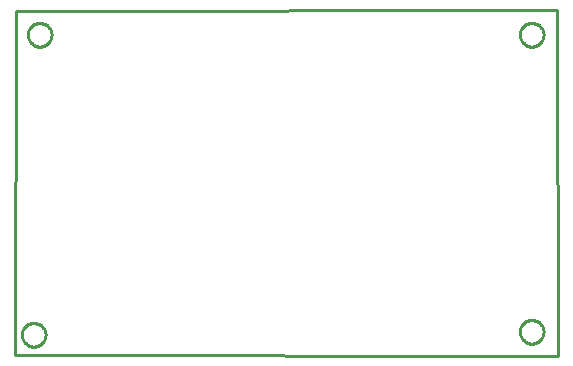
<source format=gbr>
G04 EAGLE Gerber RS-274X export*
G75*
%MOMM*%
%FSLAX34Y34*%
%LPD*%
%IN*%
%IPPOS*%
%AMOC8*
5,1,8,0,0,1.08239X$1,22.5*%
G01*
%ADD10C,0.254000*%


D10*
X4572Y5588D02*
X464060Y5080D01*
X463552Y297588D01*
X5334Y297334D01*
X4572Y5588D01*
X35400Y276423D02*
X35324Y275554D01*
X35172Y274694D01*
X34946Y273850D01*
X34648Y273030D01*
X34279Y272238D01*
X33842Y271482D01*
X33341Y270767D01*
X32780Y270098D01*
X32162Y269480D01*
X31493Y268919D01*
X30778Y268418D01*
X30022Y267981D01*
X29230Y267612D01*
X28410Y267314D01*
X27566Y267088D01*
X26707Y266936D01*
X25837Y266860D01*
X24963Y266860D01*
X24094Y266936D01*
X23234Y267088D01*
X22390Y267314D01*
X21570Y267612D01*
X20778Y267981D01*
X20022Y268418D01*
X19307Y268919D01*
X18638Y269480D01*
X18020Y270098D01*
X17459Y270767D01*
X16958Y271482D01*
X16521Y272238D01*
X16152Y273030D01*
X15854Y273850D01*
X15628Y274694D01*
X15476Y275554D01*
X15400Y276423D01*
X15400Y277297D01*
X15476Y278167D01*
X15628Y279026D01*
X15854Y279870D01*
X16152Y280690D01*
X16521Y281482D01*
X16958Y282238D01*
X17459Y282953D01*
X18020Y283622D01*
X18638Y284240D01*
X19307Y284801D01*
X20022Y285302D01*
X20778Y285739D01*
X21570Y286108D01*
X22390Y286406D01*
X23234Y286632D01*
X24094Y286784D01*
X24963Y286860D01*
X25837Y286860D01*
X26707Y286784D01*
X27566Y286632D01*
X28410Y286406D01*
X29230Y286108D01*
X30022Y285739D01*
X30778Y285302D01*
X31493Y284801D01*
X32162Y284240D01*
X32780Y283622D01*
X33341Y282953D01*
X33842Y282238D01*
X34279Y281482D01*
X34648Y280690D01*
X34946Y279870D01*
X35172Y279026D01*
X35324Y278167D01*
X35400Y277297D01*
X35400Y276423D01*
X451960Y276423D02*
X451884Y275554D01*
X451732Y274694D01*
X451506Y273850D01*
X451208Y273030D01*
X450839Y272238D01*
X450402Y271482D01*
X449901Y270767D01*
X449340Y270098D01*
X448722Y269480D01*
X448053Y268919D01*
X447338Y268418D01*
X446582Y267981D01*
X445790Y267612D01*
X444970Y267314D01*
X444126Y267088D01*
X443267Y266936D01*
X442397Y266860D01*
X441523Y266860D01*
X440654Y266936D01*
X439794Y267088D01*
X438950Y267314D01*
X438130Y267612D01*
X437338Y267981D01*
X436582Y268418D01*
X435867Y268919D01*
X435198Y269480D01*
X434580Y270098D01*
X434019Y270767D01*
X433518Y271482D01*
X433081Y272238D01*
X432712Y273030D01*
X432414Y273850D01*
X432188Y274694D01*
X432036Y275554D01*
X431960Y276423D01*
X431960Y277297D01*
X432036Y278167D01*
X432188Y279026D01*
X432414Y279870D01*
X432712Y280690D01*
X433081Y281482D01*
X433518Y282238D01*
X434019Y282953D01*
X434580Y283622D01*
X435198Y284240D01*
X435867Y284801D01*
X436582Y285302D01*
X437338Y285739D01*
X438130Y286108D01*
X438950Y286406D01*
X439794Y286632D01*
X440654Y286784D01*
X441523Y286860D01*
X442397Y286860D01*
X443267Y286784D01*
X444126Y286632D01*
X444970Y286406D01*
X445790Y286108D01*
X446582Y285739D01*
X447338Y285302D01*
X448053Y284801D01*
X448722Y284240D01*
X449340Y283622D01*
X449901Y282953D01*
X450402Y282238D01*
X450839Y281482D01*
X451208Y280690D01*
X451506Y279870D01*
X451732Y279026D01*
X451884Y278167D01*
X451960Y277297D01*
X451960Y276423D01*
X451960Y24963D02*
X451884Y24094D01*
X451732Y23234D01*
X451506Y22390D01*
X451208Y21570D01*
X450839Y20778D01*
X450402Y20022D01*
X449901Y19307D01*
X449340Y18638D01*
X448722Y18020D01*
X448053Y17459D01*
X447338Y16958D01*
X446582Y16521D01*
X445790Y16152D01*
X444970Y15854D01*
X444126Y15628D01*
X443267Y15476D01*
X442397Y15400D01*
X441523Y15400D01*
X440654Y15476D01*
X439794Y15628D01*
X438950Y15854D01*
X438130Y16152D01*
X437338Y16521D01*
X436582Y16958D01*
X435867Y17459D01*
X435198Y18020D01*
X434580Y18638D01*
X434019Y19307D01*
X433518Y20022D01*
X433081Y20778D01*
X432712Y21570D01*
X432414Y22390D01*
X432188Y23234D01*
X432036Y24094D01*
X431960Y24963D01*
X431960Y25837D01*
X432036Y26707D01*
X432188Y27566D01*
X432414Y28410D01*
X432712Y29230D01*
X433081Y30022D01*
X433518Y30778D01*
X434019Y31493D01*
X434580Y32162D01*
X435198Y32780D01*
X435867Y33341D01*
X436582Y33842D01*
X437338Y34279D01*
X438130Y34648D01*
X438950Y34946D01*
X439794Y35172D01*
X440654Y35324D01*
X441523Y35400D01*
X442397Y35400D01*
X443267Y35324D01*
X444126Y35172D01*
X444970Y34946D01*
X445790Y34648D01*
X446582Y34279D01*
X447338Y33842D01*
X448053Y33341D01*
X448722Y32780D01*
X449340Y32162D01*
X449901Y31493D01*
X450402Y30778D01*
X450839Y30022D01*
X451208Y29230D01*
X451506Y28410D01*
X451732Y27566D01*
X451884Y26707D01*
X451960Y25837D01*
X451960Y24963D01*
X30320Y22423D02*
X30244Y21554D01*
X30092Y20694D01*
X29866Y19850D01*
X29568Y19030D01*
X29199Y18238D01*
X28762Y17482D01*
X28261Y16767D01*
X27700Y16098D01*
X27082Y15480D01*
X26413Y14919D01*
X25698Y14418D01*
X24942Y13981D01*
X24150Y13612D01*
X23330Y13314D01*
X22486Y13088D01*
X21627Y12936D01*
X20757Y12860D01*
X19883Y12860D01*
X19014Y12936D01*
X18154Y13088D01*
X17310Y13314D01*
X16490Y13612D01*
X15698Y13981D01*
X14942Y14418D01*
X14227Y14919D01*
X13558Y15480D01*
X12940Y16098D01*
X12379Y16767D01*
X11878Y17482D01*
X11441Y18238D01*
X11072Y19030D01*
X10774Y19850D01*
X10548Y20694D01*
X10396Y21554D01*
X10320Y22423D01*
X10320Y23297D01*
X10396Y24167D01*
X10548Y25026D01*
X10774Y25870D01*
X11072Y26690D01*
X11441Y27482D01*
X11878Y28238D01*
X12379Y28953D01*
X12940Y29622D01*
X13558Y30240D01*
X14227Y30801D01*
X14942Y31302D01*
X15698Y31739D01*
X16490Y32108D01*
X17310Y32406D01*
X18154Y32632D01*
X19014Y32784D01*
X19883Y32860D01*
X20757Y32860D01*
X21627Y32784D01*
X22486Y32632D01*
X23330Y32406D01*
X24150Y32108D01*
X24942Y31739D01*
X25698Y31302D01*
X26413Y30801D01*
X27082Y30240D01*
X27700Y29622D01*
X28261Y28953D01*
X28762Y28238D01*
X29199Y27482D01*
X29568Y26690D01*
X29866Y25870D01*
X30092Y25026D01*
X30244Y24167D01*
X30320Y23297D01*
X30320Y22423D01*
M02*

</source>
